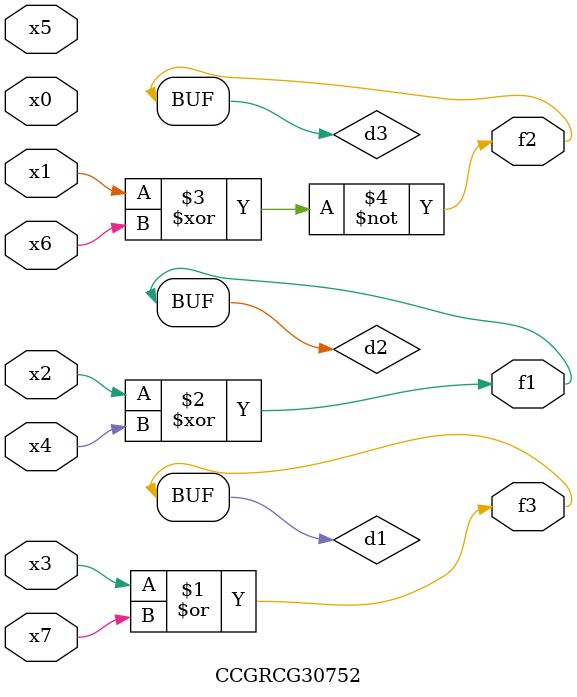
<source format=v>
module CCGRCG30752(
	input x0, x1, x2, x3, x4, x5, x6, x7,
	output f1, f2, f3
);

	wire d1, d2, d3;

	or (d1, x3, x7);
	xor (d2, x2, x4);
	xnor (d3, x1, x6);
	assign f1 = d2;
	assign f2 = d3;
	assign f3 = d1;
endmodule

</source>
